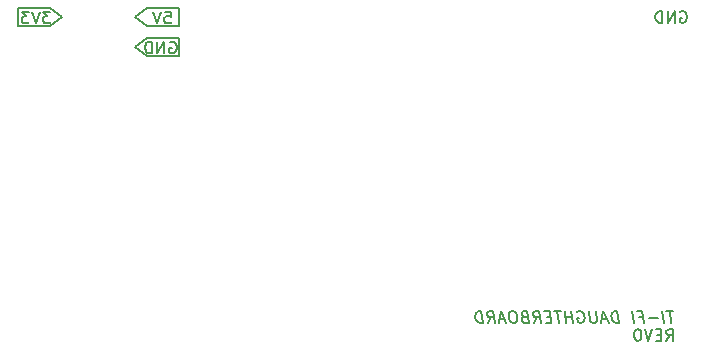
<source format=gbr>
%TF.GenerationSoftware,KiCad,Pcbnew,(6.0.7)*%
%TF.CreationDate,2022-10-05T21:46:34-04:00*%
%TF.ProjectId,tifi_daughterboard,74696669-5f64-4617-9567-68746572626f,0*%
%TF.SameCoordinates,Original*%
%TF.FileFunction,Legend,Bot*%
%TF.FilePolarity,Positive*%
%FSLAX46Y46*%
G04 Gerber Fmt 4.6, Leading zero omitted, Abs format (unit mm)*
G04 Created by KiCad (PCBNEW (6.0.7)) date 2022-10-05 21:46:34*
%MOMM*%
%LPD*%
G01*
G04 APERTURE LIST*
%ADD10C,0.127000*%
%ADD11C,0.150000*%
G04 APERTURE END LIST*
D10*
X129997200Y-76962000D02*
X127304800Y-76962000D01*
X126288800Y-76200000D01*
X127304800Y-75438000D01*
X129997200Y-75438000D01*
X129997200Y-76962000D01*
X120096443Y-73660000D02*
X119080443Y-74422000D01*
X116337243Y-74422000D01*
X116337243Y-72898000D01*
X119080443Y-72898000D01*
X120096443Y-73660000D01*
X130022600Y-74422000D02*
X127279400Y-74422000D01*
X126263400Y-73660000D01*
X127279400Y-72898000D01*
X130022600Y-72898000D01*
X130022600Y-74422000D01*
D11*
X171845653Y-98512380D02*
X171274225Y-98512380D01*
X171684939Y-99512380D02*
X171559939Y-98512380D01*
X171065891Y-99512380D02*
X170940891Y-98512380D01*
X170542082Y-99131428D02*
X169780177Y-99131428D01*
X168952796Y-98988571D02*
X169286129Y-98988571D01*
X169351605Y-99512380D02*
X169226605Y-98512380D01*
X168750415Y-98512380D01*
X168494463Y-99512380D02*
X168369463Y-98512380D01*
X167256367Y-99512380D02*
X167131367Y-98512380D01*
X166893272Y-98512380D01*
X166756367Y-98560000D01*
X166673034Y-98655238D01*
X166637320Y-98750476D01*
X166613510Y-98940952D01*
X166631367Y-99083809D01*
X166702796Y-99274285D01*
X166762320Y-99369523D01*
X166869463Y-99464761D01*
X167018272Y-99512380D01*
X167256367Y-99512380D01*
X166268272Y-99226666D02*
X165792082Y-99226666D01*
X166399225Y-99512380D02*
X165940891Y-98512380D01*
X165732558Y-99512380D01*
X165274225Y-98512380D02*
X165375415Y-99321904D01*
X165339701Y-99417142D01*
X165298034Y-99464761D01*
X165208748Y-99512380D01*
X165018272Y-99512380D01*
X164917082Y-99464761D01*
X164863510Y-99417142D01*
X164803986Y-99321904D01*
X164702796Y-98512380D01*
X163708748Y-98560000D02*
X163798034Y-98512380D01*
X163940891Y-98512380D01*
X164089701Y-98560000D01*
X164196844Y-98655238D01*
X164256367Y-98750476D01*
X164327796Y-98940952D01*
X164345653Y-99083809D01*
X164321844Y-99274285D01*
X164286129Y-99369523D01*
X164202796Y-99464761D01*
X164065891Y-99512380D01*
X163970653Y-99512380D01*
X163821844Y-99464761D01*
X163768272Y-99417142D01*
X163726605Y-99083809D01*
X163917082Y-99083809D01*
X163351605Y-99512380D02*
X163226605Y-98512380D01*
X163286129Y-98988571D02*
X162714701Y-98988571D01*
X162780177Y-99512380D02*
X162655177Y-98512380D01*
X162321844Y-98512380D02*
X161750415Y-98512380D01*
X162161129Y-99512380D02*
X162036129Y-98512380D01*
X161476605Y-98988571D02*
X161143272Y-98988571D01*
X161065891Y-99512380D02*
X161542082Y-99512380D01*
X161417082Y-98512380D01*
X160940891Y-98512380D01*
X160065891Y-99512380D02*
X160339701Y-99036190D01*
X160637320Y-99512380D02*
X160512320Y-98512380D01*
X160131367Y-98512380D01*
X160042082Y-98560000D01*
X160000415Y-98607619D01*
X159964701Y-98702857D01*
X159982558Y-98845714D01*
X160042082Y-98940952D01*
X160095653Y-98988571D01*
X160196844Y-99036190D01*
X160577796Y-99036190D01*
X159238510Y-98988571D02*
X159101605Y-99036190D01*
X159059939Y-99083809D01*
X159024225Y-99179047D01*
X159042082Y-99321904D01*
X159101605Y-99417142D01*
X159155177Y-99464761D01*
X159256367Y-99512380D01*
X159637320Y-99512380D01*
X159512320Y-98512380D01*
X159178986Y-98512380D01*
X159089701Y-98560000D01*
X159048034Y-98607619D01*
X159012320Y-98702857D01*
X159024225Y-98798095D01*
X159083748Y-98893333D01*
X159137320Y-98940952D01*
X159238510Y-98988571D01*
X159571844Y-98988571D01*
X158321844Y-98512380D02*
X158131367Y-98512380D01*
X158042082Y-98560000D01*
X157958748Y-98655238D01*
X157934939Y-98845714D01*
X157976605Y-99179047D01*
X158048034Y-99369523D01*
X158155177Y-99464761D01*
X158256367Y-99512380D01*
X158446844Y-99512380D01*
X158536129Y-99464761D01*
X158619463Y-99369523D01*
X158643272Y-99179047D01*
X158601605Y-98845714D01*
X158530177Y-98655238D01*
X158423034Y-98560000D01*
X158321844Y-98512380D01*
X157601605Y-99226666D02*
X157125415Y-99226666D01*
X157732558Y-99512380D02*
X157274225Y-98512380D01*
X157065891Y-99512380D01*
X156161129Y-99512380D02*
X156434939Y-99036190D01*
X156732558Y-99512380D02*
X156607558Y-98512380D01*
X156226605Y-98512380D01*
X156137320Y-98560000D01*
X156095653Y-98607619D01*
X156059939Y-98702857D01*
X156077796Y-98845714D01*
X156137320Y-98940952D01*
X156190891Y-98988571D01*
X156292082Y-99036190D01*
X156673034Y-99036190D01*
X155732558Y-99512380D02*
X155607558Y-98512380D01*
X155369463Y-98512380D01*
X155232558Y-98560000D01*
X155149225Y-98655238D01*
X155113510Y-98750476D01*
X155089701Y-98940952D01*
X155107558Y-99083809D01*
X155178986Y-99274285D01*
X155238510Y-99369523D01*
X155345653Y-99464761D01*
X155494463Y-99512380D01*
X155732558Y-99512380D01*
X171278419Y-101036380D02*
X171611752Y-100560190D01*
X171849847Y-101036380D02*
X171849847Y-100036380D01*
X171468895Y-100036380D01*
X171373657Y-100084000D01*
X171326038Y-100131619D01*
X171278419Y-100226857D01*
X171278419Y-100369714D01*
X171326038Y-100464952D01*
X171373657Y-100512571D01*
X171468895Y-100560190D01*
X171849847Y-100560190D01*
X170849847Y-100512571D02*
X170516514Y-100512571D01*
X170373657Y-101036380D02*
X170849847Y-101036380D01*
X170849847Y-100036380D01*
X170373657Y-100036380D01*
X170087942Y-100036380D02*
X169754609Y-101036380D01*
X169421276Y-100036380D01*
X168897466Y-100036380D02*
X168802228Y-100036380D01*
X168706990Y-100084000D01*
X168659371Y-100131619D01*
X168611752Y-100226857D01*
X168564133Y-100417333D01*
X168564133Y-100655428D01*
X168611752Y-100845904D01*
X168659371Y-100941142D01*
X168706990Y-100988761D01*
X168802228Y-101036380D01*
X168897466Y-101036380D01*
X168992704Y-100988761D01*
X169040323Y-100941142D01*
X169087942Y-100845904D01*
X169135561Y-100655428D01*
X169135561Y-100417333D01*
X169087942Y-100226857D01*
X169040323Y-100131619D01*
X168992704Y-100084000D01*
X168897466Y-100036380D01*
X129235104Y-75750800D02*
X129330342Y-75703180D01*
X129473200Y-75703180D01*
X129616057Y-75750800D01*
X129711295Y-75846038D01*
X129758914Y-75941276D01*
X129806533Y-76131752D01*
X129806533Y-76274609D01*
X129758914Y-76465085D01*
X129711295Y-76560323D01*
X129616057Y-76655561D01*
X129473200Y-76703180D01*
X129377961Y-76703180D01*
X129235104Y-76655561D01*
X129187485Y-76607942D01*
X129187485Y-76274609D01*
X129377961Y-76274609D01*
X128758914Y-76703180D02*
X128758914Y-75703180D01*
X128187485Y-76703180D01*
X128187485Y-75703180D01*
X127711295Y-76703180D02*
X127711295Y-75703180D01*
X127473200Y-75703180D01*
X127330342Y-75750800D01*
X127235104Y-75846038D01*
X127187485Y-75941276D01*
X127139866Y-76131752D01*
X127139866Y-76274609D01*
X127187485Y-76465085D01*
X127235104Y-76560323D01*
X127330342Y-76655561D01*
X127473200Y-76703180D01*
X127711295Y-76703180D01*
X128816076Y-73163180D02*
X129292266Y-73163180D01*
X129339885Y-73639371D01*
X129292266Y-73591752D01*
X129197028Y-73544133D01*
X128958933Y-73544133D01*
X128863695Y-73591752D01*
X128816076Y-73639371D01*
X128768457Y-73734609D01*
X128768457Y-73972704D01*
X128816076Y-74067942D01*
X128863695Y-74115561D01*
X128958933Y-74163180D01*
X129197028Y-74163180D01*
X129292266Y-74115561D01*
X129339885Y-74067942D01*
X128482742Y-73163180D02*
X128149409Y-74163180D01*
X127816076Y-73163180D01*
X119119495Y-73163180D02*
X118500447Y-73163180D01*
X118833780Y-73544133D01*
X118690923Y-73544133D01*
X118595685Y-73591752D01*
X118548066Y-73639371D01*
X118500447Y-73734609D01*
X118500447Y-73972704D01*
X118548066Y-74067942D01*
X118595685Y-74115561D01*
X118690923Y-74163180D01*
X118976638Y-74163180D01*
X119071876Y-74115561D01*
X119119495Y-74067942D01*
X118214733Y-73163180D02*
X117881400Y-74163180D01*
X117548066Y-73163180D01*
X117309971Y-73163180D02*
X116690923Y-73163180D01*
X117024257Y-73544133D01*
X116881400Y-73544133D01*
X116786161Y-73591752D01*
X116738542Y-73639371D01*
X116690923Y-73734609D01*
X116690923Y-73972704D01*
X116738542Y-74067942D01*
X116786161Y-74115561D01*
X116881400Y-74163180D01*
X117167114Y-74163180D01*
X117262352Y-74115561D01*
X117309971Y-74067942D01*
X172440504Y-73160000D02*
X172535742Y-73112380D01*
X172678600Y-73112380D01*
X172821457Y-73160000D01*
X172916695Y-73255238D01*
X172964314Y-73350476D01*
X173011933Y-73540952D01*
X173011933Y-73683809D01*
X172964314Y-73874285D01*
X172916695Y-73969523D01*
X172821457Y-74064761D01*
X172678600Y-74112380D01*
X172583361Y-74112380D01*
X172440504Y-74064761D01*
X172392885Y-74017142D01*
X172392885Y-73683809D01*
X172583361Y-73683809D01*
X171964314Y-74112380D02*
X171964314Y-73112380D01*
X171392885Y-74112380D01*
X171392885Y-73112380D01*
X170916695Y-74112380D02*
X170916695Y-73112380D01*
X170678600Y-73112380D01*
X170535742Y-73160000D01*
X170440504Y-73255238D01*
X170392885Y-73350476D01*
X170345266Y-73540952D01*
X170345266Y-73683809D01*
X170392885Y-73874285D01*
X170440504Y-73969523D01*
X170535742Y-74064761D01*
X170678600Y-74112380D01*
X170916695Y-74112380D01*
M02*

</source>
